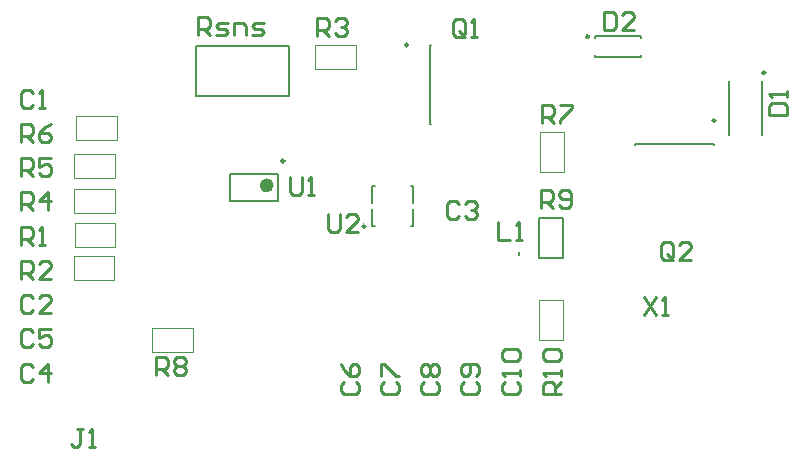
<source format=gto>
G04*
G04 #@! TF.GenerationSoftware,Altium Limited,Altium Designer,19.0.15 (446)*
G04*
G04 Layer_Color=65535*
%FSLAX25Y25*%
%MOIN*%
G70*
G01*
G75*
%ADD10C,0.00984*%
%ADD11C,0.02362*%
%ADD12C,0.00787*%
%ADD13C,0.00394*%
%ADD14C,0.01000*%
D10*
X181595Y189173D02*
G03*
X181595Y189173I-492J0D01*
G01*
X241831Y191929D02*
G03*
X241831Y191929I-492J0D01*
G01*
X140354Y150492D02*
G03*
X140354Y150492I-492J0D01*
G01*
X167362Y128740D02*
G03*
X167362Y128740I-492J0D01*
G01*
X284075Y163976D02*
G03*
X284075Y163976I-492J0D01*
G01*
X300689Y179921D02*
G03*
X300689Y179921I-492J0D01*
G01*
D11*
X135630Y142323D02*
G03*
X135630Y142323I-1181J0D01*
G01*
D12*
X188779Y162874D02*
X189173D01*
X188779D02*
Y189252D01*
X189173D01*
X243898Y192126D02*
X259252D01*
X243898Y185039D02*
X259252D01*
X243898Y191339D02*
Y192126D01*
X259252Y191339D02*
Y192126D01*
X243898Y185039D02*
Y185827D01*
X259252Y185039D02*
Y185827D01*
X225197Y131496D02*
X233071D01*
Y118110D02*
Y131496D01*
X225197Y118110D02*
X233071D01*
X225197D02*
Y131496D01*
X122244Y137205D02*
Y146260D01*
X138386Y137205D02*
Y146260D01*
X122244Y137205D02*
X138386D01*
X122244Y146260D02*
X138386D01*
X169724Y136614D02*
Y142224D01*
X170413D01*
X182421D02*
X183110D01*
Y136614D02*
Y142224D01*
Y128839D02*
Y134449D01*
X182421Y128839D02*
X183110D01*
X169724D02*
Y134449D01*
Y128839D02*
X170413D01*
X283661Y155905D02*
Y156299D01*
X257283D02*
X283661D01*
X257283Y155905D02*
Y156299D01*
X288583Y159055D02*
Y177165D01*
X299606Y159055D02*
Y177165D01*
X111024Y188976D02*
X141732D01*
X111024Y172047D02*
Y188976D01*
Y172047D02*
X141732D01*
Y188976D01*
X218504Y119039D02*
Y120220D01*
D13*
X233134Y90744D02*
Y104244D01*
X225134Y90744D02*
X233134D01*
X225134D02*
Y104244D01*
X233134D01*
X96256Y86839D02*
X109756D01*
X96256D02*
Y94839D01*
X109756D01*
Y86839D02*
Y94839D01*
X233528Y146650D02*
Y160150D01*
X225528Y146650D02*
X233528D01*
X225528D02*
Y160150D01*
X233528D01*
X150587Y181039D02*
X164087D01*
X150587D02*
Y189039D01*
X164087D01*
Y181039D02*
Y189039D01*
X70165Y118961D02*
X83665D01*
Y110961D02*
Y118961D01*
X70165Y110961D02*
X83665D01*
X70165D02*
Y118961D01*
X70463Y121850D02*
X83963D01*
X70463D02*
Y129850D01*
X83963D01*
Y121850D02*
Y129850D01*
X70953Y165417D02*
X84453D01*
Y157417D02*
Y165417D01*
X70953Y157417D02*
X84453D01*
X70953D02*
Y165417D01*
X70368Y141292D02*
X83868D01*
Y133292D02*
Y141292D01*
X70368Y133292D02*
X83868D01*
X70368D02*
Y141292D01*
Y152734D02*
X83868D01*
Y144734D02*
Y152734D01*
X70368Y144734D02*
X83868D01*
X70368D02*
Y152734D01*
D14*
X260171Y105044D02*
X264170Y99046D01*
Y105044D02*
X260171Y99046D01*
X266169D02*
X268168D01*
X267169D01*
Y105044D01*
X266169Y104044D01*
X73263Y61293D02*
X71263D01*
X72263D01*
Y56294D01*
X71263Y55295D01*
X70263D01*
X69264Y56294D01*
X75262Y55295D02*
X77261D01*
X76262D01*
Y61293D01*
X75262Y60293D01*
X232677Y72835D02*
X226679D01*
Y75834D01*
X227679Y76833D01*
X229678D01*
X230678Y75834D01*
Y72835D01*
Y74834D02*
X232677Y76833D01*
Y78833D02*
Y80832D01*
Y79832D01*
X226679D01*
X227679Y78833D01*
Y83831D02*
X226679Y84831D01*
Y86830D01*
X227679Y87830D01*
X231677D01*
X232677Y86830D01*
Y84831D01*
X231677Y83831D01*
X227679D01*
X225850Y134895D02*
Y140893D01*
X228849D01*
X229849Y139894D01*
Y137894D01*
X228849Y136895D01*
X225850D01*
X227850D02*
X229849Y134895D01*
X231849Y135895D02*
X232848Y134895D01*
X234847D01*
X235847Y135895D01*
Y139894D01*
X234847Y140893D01*
X232848D01*
X231849Y139894D01*
Y138894D01*
X232848Y137894D01*
X235847D01*
X97638Y79134D02*
Y85132D01*
X100637D01*
X101637Y84132D01*
Y82133D01*
X100637Y81133D01*
X97638D01*
X99637D02*
X101637Y79134D01*
X103636Y84132D02*
X104636Y85132D01*
X106635D01*
X107635Y84132D01*
Y83133D01*
X106635Y82133D01*
X107635Y81133D01*
Y80133D01*
X106635Y79134D01*
X104636D01*
X103636Y80133D01*
Y81133D01*
X104636Y82133D01*
X103636Y83133D01*
Y84132D01*
X104636Y82133D02*
X106635D01*
X226313Y163304D02*
Y169302D01*
X229312D01*
X230311Y168302D01*
Y166303D01*
X229312Y165303D01*
X226313D01*
X228312D02*
X230311Y163304D01*
X232311Y169302D02*
X236309D01*
Y168302D01*
X232311Y164304D01*
Y163304D01*
X151325Y192268D02*
Y198266D01*
X154324D01*
X155324Y197266D01*
Y195267D01*
X154324Y194267D01*
X151325D01*
X153324D02*
X155324Y192268D01*
X157323Y197266D02*
X158323Y198266D01*
X160322D01*
X161322Y197266D01*
Y196266D01*
X160322Y195267D01*
X159323D01*
X160322D01*
X161322Y194267D01*
Y193267D01*
X160322Y192268D01*
X158323D01*
X157323Y193267D01*
X200455Y192732D02*
Y196731D01*
X199456Y197730D01*
X197456D01*
X196457Y196731D01*
Y192732D01*
X197456Y191732D01*
X199456D01*
X198456Y193732D02*
X200455Y191732D01*
X199456D02*
X200455Y192732D01*
X202455Y191732D02*
X204454D01*
X203454D01*
Y197730D01*
X202455Y196731D01*
X246850Y200093D02*
Y194095D01*
X249849D01*
X250849Y195094D01*
Y199093D01*
X249849Y200093D01*
X246850D01*
X256847Y194095D02*
X252849D01*
X256847Y198093D01*
Y199093D01*
X255848Y200093D01*
X253848D01*
X252849Y199093D01*
X142126Y145132D02*
Y140134D01*
X143126Y139134D01*
X145125D01*
X146125Y140134D01*
Y145132D01*
X148124Y139134D02*
X150123D01*
X149124D01*
Y145132D01*
X148124Y144132D01*
X56473Y173266D02*
X55473Y174266D01*
X53474D01*
X52474Y173266D01*
Y169267D01*
X53474Y168268D01*
X55473D01*
X56473Y169267D01*
X58473Y168268D02*
X60472D01*
X59472D01*
Y174266D01*
X58473Y173266D01*
X154961Y132711D02*
Y127712D01*
X155960Y126713D01*
X157960D01*
X158959Y127712D01*
Y132711D01*
X164957Y126713D02*
X160959D01*
X164957Y130711D01*
Y131711D01*
X163958Y132711D01*
X161958D01*
X160959Y131711D01*
X111663Y192362D02*
Y198360D01*
X114662D01*
X115662Y197361D01*
Y195361D01*
X114662Y194362D01*
X111663D01*
X113662D02*
X115662Y192362D01*
X117661D02*
X120660D01*
X121660Y193362D01*
X120660Y194362D01*
X118661D01*
X117661Y195361D01*
X118661Y196361D01*
X121660D01*
X123659Y192362D02*
Y196361D01*
X126658D01*
X127658Y195361D01*
Y192362D01*
X129657D02*
X132656D01*
X133656Y193362D01*
X132656Y194362D01*
X130657D01*
X129657Y195361D01*
X130657Y196361D01*
X133656D01*
X52474Y156855D02*
Y162853D01*
X55473D01*
X56473Y161854D01*
Y159854D01*
X55473Y158855D01*
X52474D01*
X54474D02*
X56473Y156855D01*
X62471Y162853D02*
X60472Y161854D01*
X58473Y159854D01*
Y157855D01*
X59472Y156855D01*
X61471D01*
X62471Y157855D01*
Y158855D01*
X61471Y159854D01*
X58473D01*
X52474Y145443D02*
Y151441D01*
X55473D01*
X56473Y150441D01*
Y148442D01*
X55473Y147442D01*
X52474D01*
X54474D02*
X56473Y145443D01*
X62471Y151441D02*
X58473D01*
Y148442D01*
X60472Y149442D01*
X61471D01*
X62471Y148442D01*
Y146443D01*
X61471Y145443D01*
X59472D01*
X58473Y146443D01*
X52474Y134030D02*
Y140029D01*
X55473D01*
X56473Y139029D01*
Y137030D01*
X55473Y136030D01*
X52474D01*
X54474D02*
X56473Y134030D01*
X61471D02*
Y140029D01*
X58473Y137030D01*
X62471D01*
X52474Y111206D02*
Y117204D01*
X55473D01*
X56473Y116204D01*
Y114205D01*
X55473Y113205D01*
X52474D01*
X54474D02*
X56473Y111206D01*
X62471D02*
X58473D01*
X62471Y115204D01*
Y116204D01*
X61471Y117204D01*
X59472D01*
X58473Y116204D01*
X52474Y122618D02*
Y128616D01*
X55473D01*
X56473Y127617D01*
Y125617D01*
X55473Y124618D01*
X52474D01*
X54474D02*
X56473Y122618D01*
X58473D02*
X60472D01*
X59472D01*
Y128616D01*
X58473Y127617D01*
X269747Y118323D02*
Y122321D01*
X268747Y123321D01*
X266748D01*
X265748Y122321D01*
Y118323D01*
X266748Y117323D01*
X268747D01*
X267747Y119322D02*
X269747Y117323D01*
X268747D02*
X269747Y118323D01*
X275745Y117323D02*
X271746D01*
X275745Y121321D01*
Y122321D01*
X274745Y123321D01*
X272746D01*
X271746Y122321D01*
X211403Y130175D02*
Y124177D01*
X215402D01*
X217401D02*
X219401D01*
X218401D01*
Y130175D01*
X217401Y129175D01*
X301876Y165748D02*
X307874D01*
Y168747D01*
X306874Y169747D01*
X302876D01*
X301876Y168747D01*
Y165748D01*
X307874Y171746D02*
Y173745D01*
Y172746D01*
X301876D01*
X302876Y171746D01*
X213757Y76833D02*
X212758Y75834D01*
Y73834D01*
X213757Y72835D01*
X217756D01*
X218756Y73834D01*
Y75834D01*
X217756Y76833D01*
X218756Y78833D02*
Y80832D01*
Y79832D01*
X212758D01*
X213757Y78833D01*
Y83831D02*
X212758Y84831D01*
Y86830D01*
X213757Y87830D01*
X217756D01*
X218756Y86830D01*
Y84831D01*
X217756Y83831D01*
X213757D01*
X200391Y76833D02*
X199391Y75834D01*
Y73834D01*
X200391Y72835D01*
X204390D01*
X205389Y73834D01*
Y75834D01*
X204390Y76833D01*
Y78833D02*
X205389Y79832D01*
Y81832D01*
X204390Y82831D01*
X200391D01*
X199391Y81832D01*
Y79832D01*
X200391Y78833D01*
X201391D01*
X202391Y79832D01*
Y82831D01*
X187025Y76833D02*
X186025Y75834D01*
Y73834D01*
X187025Y72835D01*
X191024D01*
X192023Y73834D01*
Y75834D01*
X191024Y76833D01*
X187025Y78833D02*
X186025Y79832D01*
Y81832D01*
X187025Y82831D01*
X188024D01*
X189024Y81832D01*
X190024Y82831D01*
X191024D01*
X192023Y81832D01*
Y79832D01*
X191024Y78833D01*
X190024D01*
X189024Y79832D01*
X188024Y78833D01*
X187025D01*
X189024Y79832D02*
Y81832D01*
X173647Y76833D02*
X172647Y75834D01*
Y73834D01*
X173647Y72835D01*
X177646D01*
X178645Y73834D01*
Y75834D01*
X177646Y76833D01*
X172647Y78833D02*
Y82831D01*
X173647D01*
X177646Y78833D01*
X178645D01*
X160292Y76833D02*
X159293Y75834D01*
Y73834D01*
X160292Y72835D01*
X164291D01*
X165291Y73834D01*
Y75834D01*
X164291Y76833D01*
X159293Y82831D02*
X160292Y80832D01*
X162292Y78833D01*
X164291D01*
X165291Y79832D01*
Y81832D01*
X164291Y82831D01*
X163291D01*
X162292Y81832D01*
Y78833D01*
X56479Y93551D02*
X55479Y94551D01*
X53480D01*
X52480Y93551D01*
Y89553D01*
X53480Y88553D01*
X55479D01*
X56479Y89553D01*
X62477Y94551D02*
X58478D01*
Y91552D01*
X60478Y92552D01*
X61477D01*
X62477Y91552D01*
Y89553D01*
X61477Y88553D01*
X59478D01*
X58478Y89553D01*
X56473Y81967D02*
X55473Y82967D01*
X53474D01*
X52474Y81967D01*
Y77968D01*
X53474Y76969D01*
X55473D01*
X56473Y77968D01*
X61471Y76969D02*
Y82967D01*
X58473Y79968D01*
X62471D01*
X198627Y136045D02*
X197628Y137045D01*
X195628D01*
X194629Y136045D01*
Y132046D01*
X195628Y131047D01*
X197628D01*
X198627Y132046D01*
X200627Y136045D02*
X201626Y137045D01*
X203626D01*
X204626Y136045D01*
Y135045D01*
X203626Y134046D01*
X202626D01*
X203626D01*
X204626Y133046D01*
Y132046D01*
X203626Y131047D01*
X201626D01*
X200627Y132046D01*
X56473Y104792D02*
X55473Y105791D01*
X53474D01*
X52474Y104792D01*
Y100793D01*
X53474Y99793D01*
X55473D01*
X56473Y100793D01*
X62471Y99793D02*
X58473D01*
X62471Y103792D01*
Y104792D01*
X61471Y105791D01*
X59472D01*
X58473Y104792D01*
M02*

</source>
